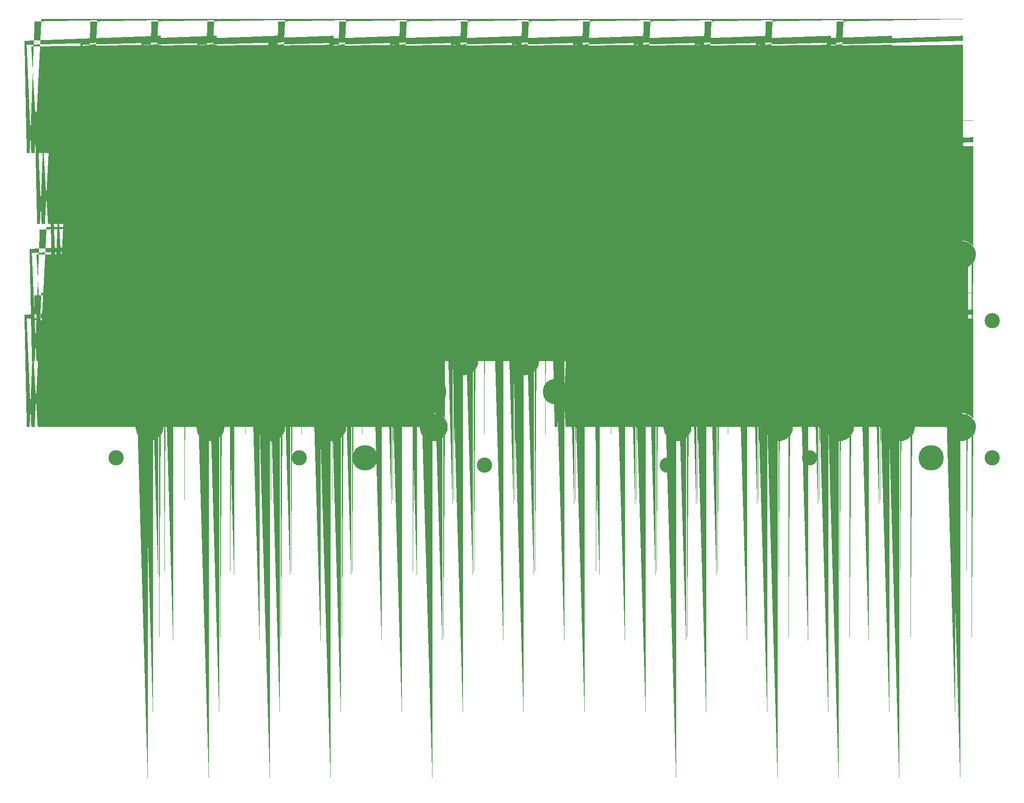
<source format=gbr>
G04 #@! TF.GenerationSoftware,KiCad,Pcbnew,6.0.4-6f826c9f35~116~ubuntu20.04.1*
G04 #@! TF.CreationDate,2022-04-24T22:14:46+02:00*
G04 #@! TF.ProjectId,keyboard,6b657962-6f61-4726-942e-6b696361645f,rev?*
G04 #@! TF.SameCoordinates,Original*
G04 #@! TF.FileFunction,Soldermask,Top*
G04 #@! TF.FilePolarity,Negative*
%FSLAX46Y46*%
G04 Gerber Fmt 4.6, Leading zero omitted, Abs format (unit mm)*
G04 Created by KiCad (PCBNEW 6.0.4-6f826c9f35~116~ubuntu20.04.1) date 2022-04-24 22:14:46*
%MOMM*%
%LPD*%
G01*
G04 APERTURE LIST*
G04 Aperture macros list*
%AMFreePoly0*
4,1,103,0.422812,1.999002,0.439619,1.993171,0.440305,1.991756,0.441755,1.991155,0.448553,1.974744,0.456314,1.958736,0.455799,1.957251,0.456400,1.955800,0.456400,-0.935780,2.413800,-2.023224,2.413800,1.422400,2.417334,1.430931,2.417061,1.440161,2.424368,1.447914,2.428445,1.457755,2.436975,1.461288,2.443309,1.468008,2.453957,1.468323,2.463800,1.472400,2.472331,1.468866,
2.481561,1.469139,3.751561,0.986539,3.759314,0.979232,3.769155,0.975155,3.772688,0.966625,3.779408,0.960291,3.779723,0.949643,3.783800,0.939800,3.783800,-2.260600,3.782370,-2.264052,3.783297,-2.267671,3.775221,-2.281311,3.769155,-2.295955,3.765704,-2.297385,3.763800,-2.300600,3.560600,-2.453000,3.554370,-2.454596,3.549831,-2.459154,3.245031,-2.586154,3.241949,-2.586160,
3.239536,-2.588076,2.883936,-2.689676,2.881796,-2.689430,2.880006,-2.690629,2.499006,-2.766829,2.493956,-2.765830,2.489200,-2.767800,2.032000,-2.767800,2.028200,-2.766226,2.024202,-2.767188,1.541602,-2.690988,1.537909,-2.688727,1.533589,-2.689034,1.076389,-2.536634,1.071884,-2.532727,1.065995,-2.531783,0.735795,-2.328583,0.733473,-2.325375,0.729703,-2.324169,0.399503,-2.044769,
0.398489,-2.042802,0.396444,-2.041955,0.117045,-1.762555,0.115214,-1.758134,0.111198,-1.755527,-0.168202,-1.349126,-0.169400,-1.343493,-0.173424,-1.339370,-0.325824,-0.958370,-0.325797,-0.956186,-0.327189,-0.954504,-0.428789,-0.624304,-0.428380,-0.619972,-0.430561,-0.616208,-0.481361,-0.235208,-0.480462,-0.231830,-0.481800,-0.228600,-0.481800,0.203200,-0.480370,0.206652,-0.481297,0.210271,
-0.430498,0.565871,-0.428402,0.569410,-0.428789,0.573504,-0.327189,0.903704,-0.324938,0.906424,-0.324798,0.909953,-0.172398,1.240153,-0.171085,1.241365,-0.170895,1.243143,-0.018495,1.522543,-0.015193,1.525207,-0.014068,1.529297,0.163733,1.757897,0.165256,1.758763,0.165830,1.760418,0.369030,1.989019,0.370444,1.989705,0.371045,1.991155,0.387459,1.997954,0.403464,2.005714,
0.404949,2.005199,0.406400,2.005800,0.422812,1.999002,0.422812,1.999002,$1*%
%AMFreePoly1*
4,1,94,-2.235111,2.741264,-2.232081,2.742303,-1.825681,2.716903,-1.821113,2.714668,-1.816075,2.715354,-1.333475,2.588354,-1.329741,2.585515,-1.325056,2.585309,-0.944056,2.407509,-0.941067,2.404245,-0.936740,2.403310,-0.606540,2.174710,-0.605988,2.173853,-0.605000,2.173600,-0.300200,1.945000,-0.297615,1.940634,-0.293035,1.938448,-0.064435,1.684448,-0.062855,1.679982,-0.059017,1.677205,
0.144183,1.347005,0.144553,1.344694,0.146321,1.343161,0.324121,0.987561,0.324386,0.983834,0.326834,0.981011,0.453834,0.600012,0.453469,0.594877,0.456014,0.590402,0.506814,0.184001,0.505943,0.180834,0.507200,0.177800,0.507200,-0.203200,0.505543,-0.207200,0.506520,-0.211419,0.430320,-0.668620,0.428143,-0.672110,0.428434,-0.676211,0.276034,-1.133411,0.273146,-1.136741,
0.272718,-1.141129,0.069518,-1.522129,0.064272,-1.526442,0.061877,-1.532797,-0.319123,-1.939197,-0.319914,-1.939555,-0.320245,-1.940355,-0.337228,-1.947390,-0.353988,-1.954974,-0.354799,-1.954668,-0.355600,-1.955000,-0.372581,-1.947966,-0.389797,-1.941477,-0.390155,-1.940686,-0.390955,-1.940355,-0.397990,-1.923372,-0.405574,-1.906612,-0.405268,-1.905801,-0.405600,-1.905000,-0.405600,1.311106,
-2.413800,2.036962,-2.413800,-1.320800,-2.419036,-1.333440,-2.421184,-1.346951,-2.426114,-1.350528,-2.428445,-1.356155,-2.441085,-1.361391,-2.452158,-1.369425,-2.458172,-1.368469,-2.463800,-1.370800,-2.476440,-1.365564,-2.489951,-1.363416,-3.607551,-0.677616,-3.611128,-0.672686,-3.616755,-0.670355,-3.621990,-0.657716,-3.630025,-0.646643,-3.629069,-0.640628,-3.631400,-0.635000,-3.631400,2.362200,
-3.627829,2.370821,-3.628067,2.380149,-3.620795,2.387803,-3.616755,2.397555,-3.608136,2.401125,-3.601707,2.407891,-3.144507,2.611091,-3.139306,2.611224,-3.135047,2.614209,-2.677846,2.715809,-2.673713,2.715082,-2.669936,2.716914,-2.238137,2.742314,-2.235111,2.741264,-2.235111,2.741264,$1*%
G04 Aperture macros list end*
%ADD10C,0.100000*%
%ADD11C,5.000000*%
%ADD12FreePoly0,0.000000*%
%ADD13FreePoly1,0.000000*%
%ADD14C,3.000000*%
G04 APERTURE END LIST*
G36*
X24836900Y-21776200D02*
G01*
X25637000Y-22309600D01*
X26373600Y-23503400D01*
X26373600Y-24849600D01*
X25916400Y-25814800D01*
X25103600Y-26500600D01*
X24113000Y-26881600D01*
X23097000Y-26856200D01*
X22106400Y-26399000D01*
X21319000Y-25510000D01*
X20988800Y-24240000D01*
X21141200Y-23300200D01*
X21649200Y-22487400D01*
X22411200Y-21852400D01*
X23592300Y-21522200D01*
X24836900Y-21776200D01*
G37*
D10*
X24836900Y-21776200D02*
X25637000Y-22309600D01*
X26373600Y-23503400D01*
X26373600Y-24849600D01*
X25916400Y-25814800D01*
X25103600Y-26500600D01*
X24113000Y-26881600D01*
X23097000Y-26856200D01*
X22106400Y-26399000D01*
X21319000Y-25510000D01*
X20988800Y-24240000D01*
X21141200Y-23300200D01*
X21649200Y-22487400D01*
X22411200Y-21852400D01*
X23592300Y-21522200D01*
X24836900Y-21776200D01*
G36*
X29836900Y-48776200D02*
G01*
X30637000Y-49309600D01*
X31373600Y-50503400D01*
X31373600Y-51849600D01*
X30916400Y-52814800D01*
X30103600Y-53500600D01*
X29113000Y-53881600D01*
X28097000Y-53856200D01*
X27106400Y-53399000D01*
X26319000Y-52510000D01*
X25988800Y-51240000D01*
X26141200Y-50300200D01*
X26649200Y-49487400D01*
X27411200Y-48852400D01*
X28592300Y-48522200D01*
X29836900Y-48776200D01*
G37*
X29836900Y-48776200D02*
X30637000Y-49309600D01*
X31373600Y-50503400D01*
X31373600Y-51849600D01*
X30916400Y-52814800D01*
X30103600Y-53500600D01*
X29113000Y-53881600D01*
X28097000Y-53856200D01*
X27106400Y-53399000D01*
X26319000Y-52510000D01*
X25988800Y-51240000D01*
X26141200Y-50300200D01*
X26649200Y-49487400D01*
X27411200Y-48852400D01*
X28592300Y-48522200D01*
X29836900Y-48776200D01*
G36*
X25836900Y-62776200D02*
G01*
X26637000Y-63309600D01*
X27373600Y-64503400D01*
X27373600Y-65849600D01*
X26916400Y-66814800D01*
X26103600Y-67500600D01*
X25113000Y-67881600D01*
X24097000Y-67856200D01*
X23106400Y-67399000D01*
X22319000Y-66510000D01*
X21988800Y-65240000D01*
X22141200Y-64300200D01*
X22649200Y-63487400D01*
X23411200Y-62852400D01*
X24592300Y-62522200D01*
X25836900Y-62776200D01*
G37*
X25836900Y-62776200D02*
X26637000Y-63309600D01*
X27373600Y-64503400D01*
X27373600Y-65849600D01*
X26916400Y-66814800D01*
X26103600Y-67500600D01*
X25113000Y-67881600D01*
X24097000Y-67856200D01*
X23106400Y-67399000D01*
X22319000Y-66510000D01*
X21988800Y-65240000D01*
X22141200Y-64300200D01*
X22649200Y-63487400D01*
X23411200Y-62852400D01*
X24592300Y-62522200D01*
X25836900Y-62776200D01*
G36*
X24836900Y-75776200D02*
G01*
X25637000Y-76309600D01*
X26373600Y-77503400D01*
X26373600Y-78849600D01*
X25916400Y-79814800D01*
X25103600Y-80500600D01*
X24113000Y-80881600D01*
X23097000Y-80856200D01*
X22106400Y-80399000D01*
X21319000Y-79510000D01*
X20988800Y-78240000D01*
X21141200Y-77300200D01*
X21649200Y-76487400D01*
X22411200Y-75852400D01*
X23592300Y-75522200D01*
X24836900Y-75776200D01*
G37*
X24836900Y-75776200D02*
X25637000Y-76309600D01*
X26373600Y-77503400D01*
X26373600Y-78849600D01*
X25916400Y-79814800D01*
X25103600Y-80500600D01*
X24113000Y-80881600D01*
X23097000Y-80856200D01*
X22106400Y-80399000D01*
X21319000Y-79510000D01*
X20988800Y-78240000D01*
X21141200Y-77300200D01*
X21649200Y-76487400D01*
X22411200Y-75852400D01*
X23592300Y-75522200D01*
X24836900Y-75776200D01*
G36*
X35836900Y-21776200D02*
G01*
X36637000Y-22309600D01*
X37373600Y-23503400D01*
X37373600Y-24849600D01*
X36916400Y-25814800D01*
X36103600Y-26500600D01*
X35113000Y-26881600D01*
X34097000Y-26856200D01*
X33106400Y-26399000D01*
X32319000Y-25510000D01*
X31988800Y-24240000D01*
X32141200Y-23300200D01*
X32649200Y-22487400D01*
X33411200Y-21852400D01*
X34592300Y-21522200D01*
X35836900Y-21776200D01*
G37*
X35836900Y-21776200D02*
X36637000Y-22309600D01*
X37373600Y-23503400D01*
X37373600Y-24849600D01*
X36916400Y-25814800D01*
X36103600Y-26500600D01*
X35113000Y-26881600D01*
X34097000Y-26856200D01*
X33106400Y-26399000D01*
X32319000Y-25510000D01*
X31988800Y-24240000D01*
X32141200Y-23300200D01*
X32649200Y-22487400D01*
X33411200Y-21852400D01*
X34592300Y-21522200D01*
X35836900Y-21776200D01*
G36*
X41836900Y-35776200D02*
G01*
X42637000Y-36309600D01*
X43373600Y-37503400D01*
X43373600Y-38849600D01*
X42916400Y-39814800D01*
X42103600Y-40500600D01*
X41113000Y-40881600D01*
X40097000Y-40856200D01*
X39106400Y-40399000D01*
X38319000Y-39510000D01*
X37988800Y-38240000D01*
X38141200Y-37300200D01*
X38649200Y-36487400D01*
X39411200Y-35852400D01*
X40592300Y-35522200D01*
X41836900Y-35776200D01*
G37*
X41836900Y-35776200D02*
X42637000Y-36309600D01*
X43373600Y-37503400D01*
X43373600Y-38849600D01*
X42916400Y-39814800D01*
X42103600Y-40500600D01*
X41113000Y-40881600D01*
X40097000Y-40856200D01*
X39106400Y-40399000D01*
X38319000Y-39510000D01*
X37988800Y-38240000D01*
X38141200Y-37300200D01*
X38649200Y-36487400D01*
X39411200Y-35852400D01*
X40592300Y-35522200D01*
X41836900Y-35776200D01*
G36*
X46836900Y-48776200D02*
G01*
X47637000Y-49309600D01*
X48373600Y-50503400D01*
X48373600Y-51849600D01*
X47916400Y-52814800D01*
X47103600Y-53500600D01*
X46113000Y-53881600D01*
X45097000Y-53856200D01*
X44106400Y-53399000D01*
X43319000Y-52510000D01*
X42988800Y-51240000D01*
X43141200Y-50300200D01*
X43649200Y-49487400D01*
X44411200Y-48852400D01*
X45592300Y-48522200D01*
X46836900Y-48776200D01*
G37*
X46836900Y-48776200D02*
X47637000Y-49309600D01*
X48373600Y-50503400D01*
X48373600Y-51849600D01*
X47916400Y-52814800D01*
X47103600Y-53500600D01*
X46113000Y-53881600D01*
X45097000Y-53856200D01*
X44106400Y-53399000D01*
X43319000Y-52510000D01*
X42988800Y-51240000D01*
X43141200Y-50300200D01*
X43649200Y-49487400D01*
X44411200Y-48852400D01*
X45592300Y-48522200D01*
X46836900Y-48776200D01*
G36*
X38836900Y-62776200D02*
G01*
X39637000Y-63309600D01*
X40373600Y-64503400D01*
X40373600Y-65849600D01*
X39916400Y-66814800D01*
X39103600Y-67500600D01*
X38113000Y-67881600D01*
X37097000Y-67856200D01*
X36106400Y-67399000D01*
X35319000Y-66510000D01*
X34988800Y-65240000D01*
X35141200Y-64300200D01*
X35649200Y-63487400D01*
X36411200Y-62852400D01*
X37592300Y-62522200D01*
X38836900Y-62776200D01*
G37*
X38836900Y-62776200D02*
X39637000Y-63309600D01*
X40373600Y-64503400D01*
X40373600Y-65849600D01*
X39916400Y-66814800D01*
X39103600Y-67500600D01*
X38113000Y-67881600D01*
X37097000Y-67856200D01*
X36106400Y-67399000D01*
X35319000Y-66510000D01*
X34988800Y-65240000D01*
X35141200Y-64300200D01*
X35649200Y-63487400D01*
X36411200Y-62852400D01*
X37592300Y-62522200D01*
X38836900Y-62776200D01*
G36*
X36836900Y-75776200D02*
G01*
X37637000Y-76309600D01*
X38373600Y-77503400D01*
X38373600Y-78849600D01*
X37916400Y-79814800D01*
X37103600Y-80500600D01*
X36113000Y-80881600D01*
X35097000Y-80856200D01*
X34106400Y-80399000D01*
X33319000Y-79510000D01*
X32988800Y-78240000D01*
X33141200Y-77300200D01*
X33649200Y-76487400D01*
X34411200Y-75852400D01*
X35592300Y-75522200D01*
X36836900Y-75776200D01*
G37*
X36836900Y-75776200D02*
X37637000Y-76309600D01*
X38373600Y-77503400D01*
X38373600Y-78849600D01*
X37916400Y-79814800D01*
X37103600Y-80500600D01*
X36113000Y-80881600D01*
X35097000Y-80856200D01*
X34106400Y-80399000D01*
X33319000Y-79510000D01*
X32988800Y-78240000D01*
X33141200Y-77300200D01*
X33649200Y-76487400D01*
X34411200Y-75852400D01*
X35592300Y-75522200D01*
X36836900Y-75776200D01*
G36*
X52836900Y-35776200D02*
G01*
X53637000Y-36309600D01*
X54373600Y-37503400D01*
X54373600Y-38849600D01*
X53916400Y-39814800D01*
X53103600Y-40500600D01*
X52113000Y-40881600D01*
X51097000Y-40856200D01*
X50106400Y-40399000D01*
X49319000Y-39510000D01*
X48988800Y-38240000D01*
X49141200Y-37300200D01*
X49649200Y-36487400D01*
X50411200Y-35852400D01*
X51592300Y-35522200D01*
X52836900Y-35776200D01*
G37*
X52836900Y-35776200D02*
X53637000Y-36309600D01*
X54373600Y-37503400D01*
X54373600Y-38849600D01*
X53916400Y-39814800D01*
X53103600Y-40500600D01*
X52113000Y-40881600D01*
X51097000Y-40856200D01*
X50106400Y-40399000D01*
X49319000Y-39510000D01*
X48988800Y-38240000D01*
X49141200Y-37300200D01*
X49649200Y-36487400D01*
X50411200Y-35852400D01*
X51592300Y-35522200D01*
X52836900Y-35776200D01*
G36*
X58836900Y-48776200D02*
G01*
X59637000Y-49309600D01*
X60373600Y-50503400D01*
X60373600Y-51849600D01*
X59916400Y-52814800D01*
X59103600Y-53500600D01*
X58113000Y-53881600D01*
X57097000Y-53856200D01*
X56106400Y-53399000D01*
X55319000Y-52510000D01*
X54988800Y-51240000D01*
X55141200Y-50300200D01*
X55649200Y-49487400D01*
X56411200Y-48852400D01*
X57592300Y-48522200D01*
X58836900Y-48776200D01*
G37*
X58836900Y-48776200D02*
X59637000Y-49309600D01*
X60373600Y-50503400D01*
X60373600Y-51849600D01*
X59916400Y-52814800D01*
X59103600Y-53500600D01*
X58113000Y-53881600D01*
X57097000Y-53856200D01*
X56106400Y-53399000D01*
X55319000Y-52510000D01*
X54988800Y-51240000D01*
X55141200Y-50300200D01*
X55649200Y-49487400D01*
X56411200Y-48852400D01*
X57592300Y-48522200D01*
X58836900Y-48776200D01*
G36*
X50836900Y-62776200D02*
G01*
X51637000Y-63309600D01*
X52373600Y-64503400D01*
X52373600Y-65849600D01*
X51916400Y-66814800D01*
X51103600Y-67500600D01*
X50113000Y-67881600D01*
X49097000Y-67856200D01*
X48106400Y-67399000D01*
X47319000Y-66510000D01*
X46988800Y-65240000D01*
X47141200Y-64300200D01*
X47649200Y-63487400D01*
X48411200Y-62852400D01*
X49592300Y-62522200D01*
X50836900Y-62776200D01*
G37*
X50836900Y-62776200D02*
X51637000Y-63309600D01*
X52373600Y-64503400D01*
X52373600Y-65849600D01*
X51916400Y-66814800D01*
X51103600Y-67500600D01*
X50113000Y-67881600D01*
X49097000Y-67856200D01*
X48106400Y-67399000D01*
X47319000Y-66510000D01*
X46988800Y-65240000D01*
X47141200Y-64300200D01*
X47649200Y-63487400D01*
X48411200Y-62852400D01*
X49592300Y-62522200D01*
X50836900Y-62776200D01*
G36*
X48836900Y-75776200D02*
G01*
X49637000Y-76309600D01*
X50373600Y-77503400D01*
X50373600Y-78849600D01*
X49916400Y-79814800D01*
X49103600Y-80500600D01*
X48113000Y-80881600D01*
X47097000Y-80856200D01*
X46106400Y-80399000D01*
X45319000Y-79510000D01*
X44988800Y-78240000D01*
X45141200Y-77300200D01*
X45649200Y-76487400D01*
X46411200Y-75852400D01*
X47592300Y-75522200D01*
X48836900Y-75776200D01*
G37*
X48836900Y-75776200D02*
X49637000Y-76309600D01*
X50373600Y-77503400D01*
X50373600Y-78849600D01*
X49916400Y-79814800D01*
X49103600Y-80500600D01*
X48113000Y-80881600D01*
X47097000Y-80856200D01*
X46106400Y-80399000D01*
X45319000Y-79510000D01*
X44988800Y-78240000D01*
X45141200Y-77300200D01*
X45649200Y-76487400D01*
X46411200Y-75852400D01*
X47592300Y-75522200D01*
X48836900Y-75776200D01*
G36*
X64836900Y-35776200D02*
G01*
X65637000Y-36309600D01*
X66373600Y-37503400D01*
X66373600Y-38849600D01*
X65916400Y-39814800D01*
X65103600Y-40500600D01*
X64113000Y-40881600D01*
X63097000Y-40856200D01*
X62106400Y-40399000D01*
X61319000Y-39510000D01*
X60988800Y-38240000D01*
X61141200Y-37300200D01*
X61649200Y-36487400D01*
X62411200Y-35852400D01*
X63592300Y-35522200D01*
X64836900Y-35776200D01*
G37*
X64836900Y-35776200D02*
X65637000Y-36309600D01*
X66373600Y-37503400D01*
X66373600Y-38849600D01*
X65916400Y-39814800D01*
X65103600Y-40500600D01*
X64113000Y-40881600D01*
X63097000Y-40856200D01*
X62106400Y-40399000D01*
X61319000Y-39510000D01*
X60988800Y-38240000D01*
X61141200Y-37300200D01*
X61649200Y-36487400D01*
X62411200Y-35852400D01*
X63592300Y-35522200D01*
X64836900Y-35776200D01*
G36*
X70836900Y-48776200D02*
G01*
X71637000Y-49309600D01*
X72373600Y-50503400D01*
X72373600Y-51849600D01*
X71916400Y-52814800D01*
X71103600Y-53500600D01*
X70113000Y-53881600D01*
X69097000Y-53856200D01*
X68106400Y-53399000D01*
X67319000Y-52510000D01*
X66988800Y-51240000D01*
X67141200Y-50300200D01*
X67649200Y-49487400D01*
X68411200Y-48852400D01*
X69592300Y-48522200D01*
X70836900Y-48776200D01*
G37*
X70836900Y-48776200D02*
X71637000Y-49309600D01*
X72373600Y-50503400D01*
X72373600Y-51849600D01*
X71916400Y-52814800D01*
X71103600Y-53500600D01*
X70113000Y-53881600D01*
X69097000Y-53856200D01*
X68106400Y-53399000D01*
X67319000Y-52510000D01*
X66988800Y-51240000D01*
X67141200Y-50300200D01*
X67649200Y-49487400D01*
X68411200Y-48852400D01*
X69592300Y-48522200D01*
X70836900Y-48776200D01*
G36*
X62836900Y-62776200D02*
G01*
X63637000Y-63309600D01*
X64373600Y-64503400D01*
X64373600Y-65849600D01*
X63916400Y-66814800D01*
X63103600Y-67500600D01*
X62113000Y-67881600D01*
X61097000Y-67856200D01*
X60106400Y-67399000D01*
X59319000Y-66510000D01*
X58988800Y-65240000D01*
X59141200Y-64300200D01*
X59649200Y-63487400D01*
X60411200Y-62852400D01*
X61592300Y-62522200D01*
X62836900Y-62776200D01*
G37*
X62836900Y-62776200D02*
X63637000Y-63309600D01*
X64373600Y-64503400D01*
X64373600Y-65849600D01*
X63916400Y-66814800D01*
X63103600Y-67500600D01*
X62113000Y-67881600D01*
X61097000Y-67856200D01*
X60106400Y-67399000D01*
X59319000Y-66510000D01*
X58988800Y-65240000D01*
X59141200Y-64300200D01*
X59649200Y-63487400D01*
X60411200Y-62852400D01*
X61592300Y-62522200D01*
X62836900Y-62776200D01*
G36*
X60836900Y-75776200D02*
G01*
X61637000Y-76309600D01*
X62373600Y-77503400D01*
X62373600Y-78849600D01*
X61916400Y-79814800D01*
X61103600Y-80500600D01*
X60113000Y-80881600D01*
X59097000Y-80856200D01*
X58106400Y-80399000D01*
X57319000Y-79510000D01*
X56988800Y-78240000D01*
X57141200Y-77300200D01*
X57649200Y-76487400D01*
X58411200Y-75852400D01*
X59592300Y-75522200D01*
X60836900Y-75776200D01*
G37*
X60836900Y-75776200D02*
X61637000Y-76309600D01*
X62373600Y-77503400D01*
X62373600Y-78849600D01*
X61916400Y-79814800D01*
X61103600Y-80500600D01*
X60113000Y-80881600D01*
X59097000Y-80856200D01*
X58106400Y-80399000D01*
X57319000Y-79510000D01*
X56988800Y-78240000D01*
X57141200Y-77300200D01*
X57649200Y-76487400D01*
X58411200Y-75852400D01*
X59592300Y-75522200D01*
X60836900Y-75776200D01*
G36*
X72836900Y-21776200D02*
G01*
X73637000Y-22309600D01*
X74373600Y-23503400D01*
X74373600Y-24849600D01*
X73916400Y-25814800D01*
X73103600Y-26500600D01*
X72113000Y-26881600D01*
X71097000Y-26856200D01*
X70106400Y-26399000D01*
X69319000Y-25510000D01*
X68988800Y-24240000D01*
X69141200Y-23300200D01*
X69649200Y-22487400D01*
X70411200Y-21852400D01*
X71592300Y-21522200D01*
X72836900Y-21776200D01*
G37*
X72836900Y-21776200D02*
X73637000Y-22309600D01*
X74373600Y-23503400D01*
X74373600Y-24849600D01*
X73916400Y-25814800D01*
X73103600Y-26500600D01*
X72113000Y-26881600D01*
X71097000Y-26856200D01*
X70106400Y-26399000D01*
X69319000Y-25510000D01*
X68988800Y-24240000D01*
X69141200Y-23300200D01*
X69649200Y-22487400D01*
X70411200Y-21852400D01*
X71592300Y-21522200D01*
X72836900Y-21776200D01*
G36*
X77836900Y-35776200D02*
G01*
X78637000Y-36309600D01*
X79373600Y-37503400D01*
X79373600Y-38849600D01*
X78916400Y-39814800D01*
X78103600Y-40500600D01*
X77113000Y-40881600D01*
X76097000Y-40856200D01*
X75106400Y-40399000D01*
X74319000Y-39510000D01*
X73988800Y-38240000D01*
X74141200Y-37300200D01*
X74649200Y-36487400D01*
X75411200Y-35852400D01*
X76592300Y-35522200D01*
X77836900Y-35776200D01*
G37*
X77836900Y-35776200D02*
X78637000Y-36309600D01*
X79373600Y-37503400D01*
X79373600Y-38849600D01*
X78916400Y-39814800D01*
X78103600Y-40500600D01*
X77113000Y-40881600D01*
X76097000Y-40856200D01*
X75106400Y-40399000D01*
X74319000Y-39510000D01*
X73988800Y-38240000D01*
X74141200Y-37300200D01*
X74649200Y-36487400D01*
X75411200Y-35852400D01*
X76592300Y-35522200D01*
X77836900Y-35776200D01*
G36*
X82836900Y-48776200D02*
G01*
X83637000Y-49309600D01*
X84373600Y-50503400D01*
X84373600Y-51849600D01*
X83916400Y-52814800D01*
X83103600Y-53500600D01*
X82113000Y-53881600D01*
X81097000Y-53856200D01*
X80106400Y-53399000D01*
X79319000Y-52510000D01*
X78988800Y-51240000D01*
X79141200Y-50300200D01*
X79649200Y-49487400D01*
X80411200Y-48852400D01*
X81592300Y-48522200D01*
X82836900Y-48776200D01*
G37*
X82836900Y-48776200D02*
X83637000Y-49309600D01*
X84373600Y-50503400D01*
X84373600Y-51849600D01*
X83916400Y-52814800D01*
X83103600Y-53500600D01*
X82113000Y-53881600D01*
X81097000Y-53856200D01*
X80106400Y-53399000D01*
X79319000Y-52510000D01*
X78988800Y-51240000D01*
X79141200Y-50300200D01*
X79649200Y-49487400D01*
X80411200Y-48852400D01*
X81592300Y-48522200D01*
X82836900Y-48776200D01*
G36*
X74836900Y-62776200D02*
G01*
X75637000Y-63309600D01*
X76373600Y-64503400D01*
X76373600Y-65849600D01*
X75916400Y-66814800D01*
X75103600Y-67500600D01*
X74113000Y-67881600D01*
X73097000Y-67856200D01*
X72106400Y-67399000D01*
X71319000Y-66510000D01*
X70988800Y-65240000D01*
X71141200Y-64300200D01*
X71649200Y-63487400D01*
X72411200Y-62852400D01*
X73592300Y-62522200D01*
X74836900Y-62776200D01*
G37*
X74836900Y-62776200D02*
X75637000Y-63309600D01*
X76373600Y-64503400D01*
X76373600Y-65849600D01*
X75916400Y-66814800D01*
X75103600Y-67500600D01*
X74113000Y-67881600D01*
X73097000Y-67856200D01*
X72106400Y-67399000D01*
X71319000Y-66510000D01*
X70988800Y-65240000D01*
X71141200Y-64300200D01*
X71649200Y-63487400D01*
X72411200Y-62852400D01*
X73592300Y-62522200D01*
X74836900Y-62776200D01*
G36*
X80836900Y-75776200D02*
G01*
X81637000Y-76309600D01*
X82373600Y-77503400D01*
X82373600Y-78849600D01*
X81916400Y-79814800D01*
X81103600Y-80500600D01*
X80113000Y-80881600D01*
X79097000Y-80856200D01*
X78106400Y-80399000D01*
X77319000Y-79510000D01*
X76988800Y-78240000D01*
X77141200Y-77300200D01*
X77649200Y-76487400D01*
X78411200Y-75852400D01*
X79592300Y-75522200D01*
X80836900Y-75776200D01*
G37*
X80836900Y-75776200D02*
X81637000Y-76309600D01*
X82373600Y-77503400D01*
X82373600Y-78849600D01*
X81916400Y-79814800D01*
X81103600Y-80500600D01*
X80113000Y-80881600D01*
X79097000Y-80856200D01*
X78106400Y-80399000D01*
X77319000Y-79510000D01*
X76988800Y-78240000D01*
X77141200Y-77300200D01*
X77649200Y-76487400D01*
X78411200Y-75852400D01*
X79592300Y-75522200D01*
X80836900Y-75776200D01*
G36*
X84836900Y-21776200D02*
G01*
X85637000Y-22309600D01*
X86373600Y-23503400D01*
X86373600Y-24849600D01*
X85916400Y-25814800D01*
X85103600Y-26500600D01*
X84113000Y-26881600D01*
X83097000Y-26856200D01*
X82106400Y-26399000D01*
X81319000Y-25510000D01*
X80988800Y-24240000D01*
X81141200Y-23300200D01*
X81649200Y-22487400D01*
X82411200Y-21852400D01*
X83592300Y-21522200D01*
X84836900Y-21776200D01*
G37*
X84836900Y-21776200D02*
X85637000Y-22309600D01*
X86373600Y-23503400D01*
X86373600Y-24849600D01*
X85916400Y-25814800D01*
X85103600Y-26500600D01*
X84113000Y-26881600D01*
X83097000Y-26856200D01*
X82106400Y-26399000D01*
X81319000Y-25510000D01*
X80988800Y-24240000D01*
X81141200Y-23300200D01*
X81649200Y-22487400D01*
X82411200Y-21852400D01*
X83592300Y-21522200D01*
X84836900Y-21776200D01*
G36*
X88836900Y-35776200D02*
G01*
X89637000Y-36309600D01*
X90373600Y-37503400D01*
X90373600Y-38849600D01*
X89916400Y-39814800D01*
X89103600Y-40500600D01*
X88113000Y-40881600D01*
X87097000Y-40856200D01*
X86106400Y-40399000D01*
X85319000Y-39510000D01*
X84988800Y-38240000D01*
X85141200Y-37300200D01*
X85649200Y-36487400D01*
X86411200Y-35852400D01*
X87592300Y-35522200D01*
X88836900Y-35776200D01*
G37*
X88836900Y-35776200D02*
X89637000Y-36309600D01*
X90373600Y-37503400D01*
X90373600Y-38849600D01*
X89916400Y-39814800D01*
X89103600Y-40500600D01*
X88113000Y-40881600D01*
X87097000Y-40856200D01*
X86106400Y-40399000D01*
X85319000Y-39510000D01*
X84988800Y-38240000D01*
X85141200Y-37300200D01*
X85649200Y-36487400D01*
X86411200Y-35852400D01*
X87592300Y-35522200D01*
X88836900Y-35776200D01*
G36*
X94836900Y-48776200D02*
G01*
X95637000Y-49309600D01*
X96373600Y-50503400D01*
X96373600Y-51849600D01*
X95916400Y-52814800D01*
X95103600Y-53500600D01*
X94113000Y-53881600D01*
X93097000Y-53856200D01*
X92106400Y-53399000D01*
X91319000Y-52510000D01*
X90988800Y-51240000D01*
X91141200Y-50300200D01*
X91649200Y-49487400D01*
X92411200Y-48852400D01*
X93592300Y-48522200D01*
X94836900Y-48776200D01*
G37*
X94836900Y-48776200D02*
X95637000Y-49309600D01*
X96373600Y-50503400D01*
X96373600Y-51849600D01*
X95916400Y-52814800D01*
X95103600Y-53500600D01*
X94113000Y-53881600D01*
X93097000Y-53856200D01*
X92106400Y-53399000D01*
X91319000Y-52510000D01*
X90988800Y-51240000D01*
X91141200Y-50300200D01*
X91649200Y-49487400D01*
X92411200Y-48852400D01*
X93592300Y-48522200D01*
X94836900Y-48776200D01*
G36*
X86836900Y-62776200D02*
G01*
X87637000Y-63309600D01*
X88373600Y-64503400D01*
X88373600Y-65849600D01*
X87916400Y-66814800D01*
X87103600Y-67500600D01*
X86113000Y-67881600D01*
X85097000Y-67856200D01*
X84106400Y-67399000D01*
X83319000Y-66510000D01*
X82988800Y-65240000D01*
X83141200Y-64300200D01*
X83649200Y-63487400D01*
X84411200Y-62852400D01*
X85592300Y-62522200D01*
X86836900Y-62776200D01*
G37*
X86836900Y-62776200D02*
X87637000Y-63309600D01*
X88373600Y-64503400D01*
X88373600Y-65849600D01*
X87916400Y-66814800D01*
X87103600Y-67500600D01*
X86113000Y-67881600D01*
X85097000Y-67856200D01*
X84106400Y-67399000D01*
X83319000Y-66510000D01*
X82988800Y-65240000D01*
X83141200Y-64300200D01*
X83649200Y-63487400D01*
X84411200Y-62852400D01*
X85592300Y-62522200D01*
X86836900Y-62776200D01*
G36*
X148836900Y-75776200D02*
G01*
X149637000Y-76309600D01*
X150373600Y-77503400D01*
X150373600Y-78849600D01*
X149916400Y-79814800D01*
X149103600Y-80500600D01*
X148113000Y-80881600D01*
X147097000Y-80856200D01*
X146106400Y-80399000D01*
X145319000Y-79510000D01*
X144988800Y-78240000D01*
X145141200Y-77300200D01*
X145649200Y-76487400D01*
X146411200Y-75852400D01*
X147592300Y-75522200D01*
X148836900Y-75776200D01*
G37*
X148836900Y-75776200D02*
X149637000Y-76309600D01*
X150373600Y-77503400D01*
X150373600Y-78849600D01*
X149916400Y-79814800D01*
X149103600Y-80500600D01*
X148113000Y-80881600D01*
X147097000Y-80856200D01*
X146106400Y-80399000D01*
X145319000Y-79510000D01*
X144988800Y-78240000D01*
X145141200Y-77300200D01*
X145649200Y-76487400D01*
X146411200Y-75852400D01*
X147592300Y-75522200D01*
X148836900Y-75776200D01*
G36*
X100836900Y-35776200D02*
G01*
X101637000Y-36309600D01*
X102373600Y-37503400D01*
X102373600Y-38849600D01*
X101916400Y-39814800D01*
X101103600Y-40500600D01*
X100113000Y-40881600D01*
X99097000Y-40856200D01*
X98106400Y-40399000D01*
X97319000Y-39510000D01*
X96988800Y-38240000D01*
X97141200Y-37300200D01*
X97649200Y-36487400D01*
X98411200Y-35852400D01*
X99592300Y-35522200D01*
X100836900Y-35776200D01*
G37*
X100836900Y-35776200D02*
X101637000Y-36309600D01*
X102373600Y-37503400D01*
X102373600Y-38849600D01*
X101916400Y-39814800D01*
X101103600Y-40500600D01*
X100113000Y-40881600D01*
X99097000Y-40856200D01*
X98106400Y-40399000D01*
X97319000Y-39510000D01*
X96988800Y-38240000D01*
X97141200Y-37300200D01*
X97649200Y-36487400D01*
X98411200Y-35852400D01*
X99592300Y-35522200D01*
X100836900Y-35776200D01*
G36*
X106836900Y-48776200D02*
G01*
X107637000Y-49309600D01*
X108373600Y-50503400D01*
X108373600Y-51849600D01*
X107916400Y-52814800D01*
X107103600Y-53500600D01*
X106113000Y-53881600D01*
X105097000Y-53856200D01*
X104106400Y-53399000D01*
X103319000Y-52510000D01*
X102988800Y-51240000D01*
X103141200Y-50300200D01*
X103649200Y-49487400D01*
X104411200Y-48852400D01*
X105592300Y-48522200D01*
X106836900Y-48776200D01*
G37*
X106836900Y-48776200D02*
X107637000Y-49309600D01*
X108373600Y-50503400D01*
X108373600Y-51849600D01*
X107916400Y-52814800D01*
X107103600Y-53500600D01*
X106113000Y-53881600D01*
X105097000Y-53856200D01*
X104106400Y-53399000D01*
X103319000Y-52510000D01*
X102988800Y-51240000D01*
X103141200Y-50300200D01*
X103649200Y-49487400D01*
X104411200Y-48852400D01*
X105592300Y-48522200D01*
X106836900Y-48776200D01*
G36*
X98836900Y-62776200D02*
G01*
X99637000Y-63309600D01*
X100373600Y-64503400D01*
X100373600Y-65849600D01*
X99916400Y-66814800D01*
X99103600Y-67500600D01*
X98113000Y-67881600D01*
X97097000Y-67856200D01*
X96106400Y-67399000D01*
X95319000Y-66510000D01*
X94988800Y-65240000D01*
X95141200Y-64300200D01*
X95649200Y-63487400D01*
X96411200Y-62852400D01*
X97592300Y-62522200D01*
X98836900Y-62776200D01*
G37*
X98836900Y-62776200D02*
X99637000Y-63309600D01*
X100373600Y-64503400D01*
X100373600Y-65849600D01*
X99916400Y-66814800D01*
X99103600Y-67500600D01*
X98113000Y-67881600D01*
X97097000Y-67856200D01*
X96106400Y-67399000D01*
X95319000Y-66510000D01*
X94988800Y-65240000D01*
X95141200Y-64300200D01*
X95649200Y-63487400D01*
X96411200Y-62852400D01*
X97592300Y-62522200D01*
X98836900Y-62776200D01*
G36*
X160836900Y-75776200D02*
G01*
X161637000Y-76309600D01*
X162373600Y-77503400D01*
X162373600Y-78849600D01*
X161916400Y-79814800D01*
X161103600Y-80500600D01*
X160113000Y-80881600D01*
X159097000Y-80856200D01*
X158106400Y-80399000D01*
X157319000Y-79510000D01*
X156988800Y-78240000D01*
X157141200Y-77300200D01*
X157649200Y-76487400D01*
X158411200Y-75852400D01*
X159592300Y-75522200D01*
X160836900Y-75776200D01*
G37*
X160836900Y-75776200D02*
X161637000Y-76309600D01*
X162373600Y-77503400D01*
X162373600Y-78849600D01*
X161916400Y-79814800D01*
X161103600Y-80500600D01*
X160113000Y-80881600D01*
X159097000Y-80856200D01*
X158106400Y-80399000D01*
X157319000Y-79510000D01*
X156988800Y-78240000D01*
X157141200Y-77300200D01*
X157649200Y-76487400D01*
X158411200Y-75852400D01*
X159592300Y-75522200D01*
X160836900Y-75776200D01*
G36*
X108836900Y-21776200D02*
G01*
X109637000Y-22309600D01*
X110373600Y-23503400D01*
X110373600Y-24849600D01*
X109916400Y-25814800D01*
X109103600Y-26500600D01*
X108113000Y-26881600D01*
X107097000Y-26856200D01*
X106106400Y-26399000D01*
X105319000Y-25510000D01*
X104988800Y-24240000D01*
X105141200Y-23300200D01*
X105649200Y-22487400D01*
X106411200Y-21852400D01*
X107592300Y-21522200D01*
X108836900Y-21776200D01*
G37*
X108836900Y-21776200D02*
X109637000Y-22309600D01*
X110373600Y-23503400D01*
X110373600Y-24849600D01*
X109916400Y-25814800D01*
X109103600Y-26500600D01*
X108113000Y-26881600D01*
X107097000Y-26856200D01*
X106106400Y-26399000D01*
X105319000Y-25510000D01*
X104988800Y-24240000D01*
X105141200Y-23300200D01*
X105649200Y-22487400D01*
X106411200Y-21852400D01*
X107592300Y-21522200D01*
X108836900Y-21776200D01*
G36*
X113836900Y-35776200D02*
G01*
X114637000Y-36309600D01*
X115373600Y-37503400D01*
X115373600Y-38849600D01*
X114916400Y-39814800D01*
X114103600Y-40500600D01*
X113113000Y-40881600D01*
X112097000Y-40856200D01*
X111106400Y-40399000D01*
X110319000Y-39510000D01*
X109988800Y-38240000D01*
X110141200Y-37300200D01*
X110649200Y-36487400D01*
X111411200Y-35852400D01*
X112592300Y-35522200D01*
X113836900Y-35776200D01*
G37*
X113836900Y-35776200D02*
X114637000Y-36309600D01*
X115373600Y-37503400D01*
X115373600Y-38849600D01*
X114916400Y-39814800D01*
X114103600Y-40500600D01*
X113113000Y-40881600D01*
X112097000Y-40856200D01*
X111106400Y-40399000D01*
X110319000Y-39510000D01*
X109988800Y-38240000D01*
X110141200Y-37300200D01*
X110649200Y-36487400D01*
X111411200Y-35852400D01*
X112592300Y-35522200D01*
X113836900Y-35776200D01*
G36*
X118836900Y-48776200D02*
G01*
X119637000Y-49309600D01*
X120373600Y-50503400D01*
X120373600Y-51849600D01*
X119916400Y-52814800D01*
X119103600Y-53500600D01*
X118113000Y-53881600D01*
X117097000Y-53856200D01*
X116106400Y-53399000D01*
X115319000Y-52510000D01*
X114988800Y-51240000D01*
X115141200Y-50300200D01*
X115649200Y-49487400D01*
X116411200Y-48852400D01*
X117592300Y-48522200D01*
X118836900Y-48776200D01*
G37*
X118836900Y-48776200D02*
X119637000Y-49309600D01*
X120373600Y-50503400D01*
X120373600Y-51849600D01*
X119916400Y-52814800D01*
X119103600Y-53500600D01*
X118113000Y-53881600D01*
X117097000Y-53856200D01*
X116106400Y-53399000D01*
X115319000Y-52510000D01*
X114988800Y-51240000D01*
X115141200Y-50300200D01*
X115649200Y-49487400D01*
X116411200Y-48852400D01*
X117592300Y-48522200D01*
X118836900Y-48776200D01*
G36*
X110836900Y-62776200D02*
G01*
X111637000Y-63309600D01*
X112373600Y-64503400D01*
X112373600Y-65849600D01*
X111916400Y-66814800D01*
X111103600Y-67500600D01*
X110113000Y-67881600D01*
X109097000Y-67856200D01*
X108106400Y-67399000D01*
X107319000Y-66510000D01*
X106988800Y-65240000D01*
X107141200Y-64300200D01*
X107649200Y-63487400D01*
X108411200Y-62852400D01*
X109592300Y-62522200D01*
X110836900Y-62776200D01*
G37*
X110836900Y-62776200D02*
X111637000Y-63309600D01*
X112373600Y-64503400D01*
X112373600Y-65849600D01*
X111916400Y-66814800D01*
X111103600Y-67500600D01*
X110113000Y-67881600D01*
X109097000Y-67856200D01*
X108106400Y-67399000D01*
X107319000Y-66510000D01*
X106988800Y-65240000D01*
X107141200Y-64300200D01*
X107649200Y-63487400D01*
X108411200Y-62852400D01*
X109592300Y-62522200D01*
X110836900Y-62776200D01*
G36*
X172836900Y-75776200D02*
G01*
X173637000Y-76309600D01*
X174373600Y-77503400D01*
X174373600Y-78849600D01*
X173916400Y-79814800D01*
X173103600Y-80500600D01*
X172113000Y-80881600D01*
X171097000Y-80856200D01*
X170106400Y-80399000D01*
X169319000Y-79510000D01*
X168988800Y-78240000D01*
X169141200Y-77300200D01*
X169649200Y-76487400D01*
X170411200Y-75852400D01*
X171592300Y-75522200D01*
X172836900Y-75776200D01*
G37*
X172836900Y-75776200D02*
X173637000Y-76309600D01*
X174373600Y-77503400D01*
X174373600Y-78849600D01*
X173916400Y-79814800D01*
X173103600Y-80500600D01*
X172113000Y-80881600D01*
X171097000Y-80856200D01*
X170106400Y-80399000D01*
X169319000Y-79510000D01*
X168988800Y-78240000D01*
X169141200Y-77300200D01*
X169649200Y-76487400D01*
X170411200Y-75852400D01*
X171592300Y-75522200D01*
X172836900Y-75776200D01*
G36*
X120836900Y-21776200D02*
G01*
X121637000Y-22309600D01*
X122373600Y-23503400D01*
X122373600Y-24849600D01*
X121916400Y-25814800D01*
X121103600Y-26500600D01*
X120113000Y-26881600D01*
X119097000Y-26856200D01*
X118106400Y-26399000D01*
X117319000Y-25510000D01*
X116988800Y-24240000D01*
X117141200Y-23300200D01*
X117649200Y-22487400D01*
X118411200Y-21852400D01*
X119592300Y-21522200D01*
X120836900Y-21776200D01*
G37*
X120836900Y-21776200D02*
X121637000Y-22309600D01*
X122373600Y-23503400D01*
X122373600Y-24849600D01*
X121916400Y-25814800D01*
X121103600Y-26500600D01*
X120113000Y-26881600D01*
X119097000Y-26856200D01*
X118106400Y-26399000D01*
X117319000Y-25510000D01*
X116988800Y-24240000D01*
X117141200Y-23300200D01*
X117649200Y-22487400D01*
X118411200Y-21852400D01*
X119592300Y-21522200D01*
X120836900Y-21776200D01*
G36*
X124836900Y-35776200D02*
G01*
X125637000Y-36309600D01*
X126373600Y-37503400D01*
X126373600Y-38849600D01*
X125916400Y-39814800D01*
X125103600Y-40500600D01*
X124113000Y-40881600D01*
X123097000Y-40856200D01*
X122106400Y-40399000D01*
X121319000Y-39510000D01*
X120988800Y-38240000D01*
X121141200Y-37300200D01*
X121649200Y-36487400D01*
X122411200Y-35852400D01*
X123592300Y-35522200D01*
X124836900Y-35776200D01*
G37*
X124836900Y-35776200D02*
X125637000Y-36309600D01*
X126373600Y-37503400D01*
X126373600Y-38849600D01*
X125916400Y-39814800D01*
X125103600Y-40500600D01*
X124113000Y-40881600D01*
X123097000Y-40856200D01*
X122106400Y-40399000D01*
X121319000Y-39510000D01*
X120988800Y-38240000D01*
X121141200Y-37300200D01*
X121649200Y-36487400D01*
X122411200Y-35852400D01*
X123592300Y-35522200D01*
X124836900Y-35776200D01*
G36*
X130836900Y-48776200D02*
G01*
X131637000Y-49309600D01*
X132373600Y-50503400D01*
X132373600Y-51849600D01*
X131916400Y-52814800D01*
X131103600Y-53500600D01*
X130113000Y-53881600D01*
X129097000Y-53856200D01*
X128106400Y-53399000D01*
X127319000Y-52510000D01*
X126988800Y-51240000D01*
X127141200Y-50300200D01*
X127649200Y-49487400D01*
X128411200Y-48852400D01*
X129592300Y-48522200D01*
X130836900Y-48776200D01*
G37*
X130836900Y-48776200D02*
X131637000Y-49309600D01*
X132373600Y-50503400D01*
X132373600Y-51849600D01*
X131916400Y-52814800D01*
X131103600Y-53500600D01*
X130113000Y-53881600D01*
X129097000Y-53856200D01*
X128106400Y-53399000D01*
X127319000Y-52510000D01*
X126988800Y-51240000D01*
X127141200Y-50300200D01*
X127649200Y-49487400D01*
X128411200Y-48852400D01*
X129592300Y-48522200D01*
X130836900Y-48776200D01*
G36*
X122836900Y-62776200D02*
G01*
X123637000Y-63309600D01*
X124373600Y-64503400D01*
X124373600Y-65849600D01*
X123916400Y-66814800D01*
X123103600Y-67500600D01*
X122113000Y-67881600D01*
X121097000Y-67856200D01*
X120106400Y-67399000D01*
X119319000Y-66510000D01*
X118988800Y-65240000D01*
X119141200Y-64300200D01*
X119649200Y-63487400D01*
X120411200Y-62852400D01*
X121592300Y-62522200D01*
X122836900Y-62776200D01*
G37*
X122836900Y-62776200D02*
X123637000Y-63309600D01*
X124373600Y-64503400D01*
X124373600Y-65849600D01*
X123916400Y-66814800D01*
X123103600Y-67500600D01*
X122113000Y-67881600D01*
X121097000Y-67856200D01*
X120106400Y-67399000D01*
X119319000Y-66510000D01*
X118988800Y-65240000D01*
X119141200Y-64300200D01*
X119649200Y-63487400D01*
X120411200Y-62852400D01*
X121592300Y-62522200D01*
X122836900Y-62776200D01*
G36*
X184836900Y-75776200D02*
G01*
X185637000Y-76309600D01*
X186373600Y-77503400D01*
X186373600Y-78849600D01*
X185916400Y-79814800D01*
X185103600Y-80500600D01*
X184113000Y-80881600D01*
X183097000Y-80856200D01*
X182106400Y-80399000D01*
X181319000Y-79510000D01*
X180988800Y-78240000D01*
X181141200Y-77300200D01*
X181649200Y-76487400D01*
X182411200Y-75852400D01*
X183592300Y-75522200D01*
X184836900Y-75776200D01*
G37*
X184836900Y-75776200D02*
X185637000Y-76309600D01*
X186373600Y-77503400D01*
X186373600Y-78849600D01*
X185916400Y-79814800D01*
X185103600Y-80500600D01*
X184113000Y-80881600D01*
X183097000Y-80856200D01*
X182106400Y-80399000D01*
X181319000Y-79510000D01*
X180988800Y-78240000D01*
X181141200Y-77300200D01*
X181649200Y-76487400D01*
X182411200Y-75852400D01*
X183592300Y-75522200D01*
X184836900Y-75776200D01*
G36*
X132836900Y-21776200D02*
G01*
X133637000Y-22309600D01*
X134373600Y-23503400D01*
X134373600Y-24849600D01*
X133916400Y-25814800D01*
X133103600Y-26500600D01*
X132113000Y-26881600D01*
X131097000Y-26856200D01*
X130106400Y-26399000D01*
X129319000Y-25510000D01*
X128988800Y-24240000D01*
X129141200Y-23300200D01*
X129649200Y-22487400D01*
X130411200Y-21852400D01*
X131592300Y-21522200D01*
X132836900Y-21776200D01*
G37*
X132836900Y-21776200D02*
X133637000Y-22309600D01*
X134373600Y-23503400D01*
X134373600Y-24849600D01*
X133916400Y-25814800D01*
X133103600Y-26500600D01*
X132113000Y-26881600D01*
X131097000Y-26856200D01*
X130106400Y-26399000D01*
X129319000Y-25510000D01*
X128988800Y-24240000D01*
X129141200Y-23300200D01*
X129649200Y-22487400D01*
X130411200Y-21852400D01*
X131592300Y-21522200D01*
X132836900Y-21776200D01*
G36*
X136836900Y-35776200D02*
G01*
X137637000Y-36309600D01*
X138373600Y-37503400D01*
X138373600Y-38849600D01*
X137916400Y-39814800D01*
X137103600Y-40500600D01*
X136113000Y-40881600D01*
X135097000Y-40856200D01*
X134106400Y-40399000D01*
X133319000Y-39510000D01*
X132988800Y-38240000D01*
X133141200Y-37300200D01*
X133649200Y-36487400D01*
X134411200Y-35852400D01*
X135592300Y-35522200D01*
X136836900Y-35776200D01*
G37*
X136836900Y-35776200D02*
X137637000Y-36309600D01*
X138373600Y-37503400D01*
X138373600Y-38849600D01*
X137916400Y-39814800D01*
X137103600Y-40500600D01*
X136113000Y-40881600D01*
X135097000Y-40856200D01*
X134106400Y-40399000D01*
X133319000Y-39510000D01*
X132988800Y-38240000D01*
X133141200Y-37300200D01*
X133649200Y-36487400D01*
X134411200Y-35852400D01*
X135592300Y-35522200D01*
X136836900Y-35776200D01*
G36*
X142836900Y-48776200D02*
G01*
X143637000Y-49309600D01*
X144373600Y-50503400D01*
X144373600Y-51849600D01*
X143916400Y-52814800D01*
X143103600Y-53500600D01*
X142113000Y-53881600D01*
X141097000Y-53856200D01*
X140106400Y-53399000D01*
X139319000Y-52510000D01*
X138988800Y-51240000D01*
X139141200Y-50300200D01*
X139649200Y-49487400D01*
X140411200Y-48852400D01*
X141592300Y-48522200D01*
X142836900Y-48776200D01*
G37*
X142836900Y-48776200D02*
X143637000Y-49309600D01*
X144373600Y-50503400D01*
X144373600Y-51849600D01*
X143916400Y-52814800D01*
X143103600Y-53500600D01*
X142113000Y-53881600D01*
X141097000Y-53856200D01*
X140106400Y-53399000D01*
X139319000Y-52510000D01*
X138988800Y-51240000D01*
X139141200Y-50300200D01*
X139649200Y-49487400D01*
X140411200Y-48852400D01*
X141592300Y-48522200D01*
X142836900Y-48776200D01*
G36*
X134836900Y-62776200D02*
G01*
X135637000Y-63309600D01*
X136373600Y-64503400D01*
X136373600Y-65849600D01*
X135916400Y-66814800D01*
X135103600Y-67500600D01*
X134113000Y-67881600D01*
X133097000Y-67856200D01*
X132106400Y-67399000D01*
X131319000Y-66510000D01*
X130988800Y-65240000D01*
X131141200Y-64300200D01*
X131649200Y-63487400D01*
X132411200Y-62852400D01*
X133592300Y-62522200D01*
X134836900Y-62776200D01*
G37*
X134836900Y-62776200D02*
X135637000Y-63309600D01*
X136373600Y-64503400D01*
X136373600Y-65849600D01*
X135916400Y-66814800D01*
X135103600Y-67500600D01*
X134113000Y-67881600D01*
X133097000Y-67856200D01*
X132106400Y-67399000D01*
X131319000Y-66510000D01*
X130988800Y-65240000D01*
X131141200Y-64300200D01*
X131649200Y-63487400D01*
X132411200Y-62852400D01*
X133592300Y-62522200D01*
X134836900Y-62776200D01*
G36*
X154836900Y-48776200D02*
G01*
X155637000Y-49309600D01*
X156373600Y-50503400D01*
X156373600Y-51849600D01*
X155916400Y-52814800D01*
X155103600Y-53500600D01*
X154113000Y-53881600D01*
X153097000Y-53856200D01*
X152106400Y-53399000D01*
X151319000Y-52510000D01*
X150988800Y-51240000D01*
X151141200Y-50300200D01*
X151649200Y-49487400D01*
X152411200Y-48852400D01*
X153592300Y-48522200D01*
X154836900Y-48776200D01*
G37*
X154836900Y-48776200D02*
X155637000Y-49309600D01*
X156373600Y-50503400D01*
X156373600Y-51849600D01*
X155916400Y-52814800D01*
X155103600Y-53500600D01*
X154113000Y-53881600D01*
X153097000Y-53856200D01*
X152106400Y-53399000D01*
X151319000Y-52510000D01*
X150988800Y-51240000D01*
X151141200Y-50300200D01*
X151649200Y-49487400D01*
X152411200Y-48852400D01*
X153592300Y-48522200D01*
X154836900Y-48776200D01*
G36*
X146836900Y-62776200D02*
G01*
X147637000Y-63309600D01*
X148373600Y-64503400D01*
X148373600Y-65849600D01*
X147916400Y-66814800D01*
X147103600Y-67500600D01*
X146113000Y-67881600D01*
X145097000Y-67856200D01*
X144106400Y-67399000D01*
X143319000Y-66510000D01*
X142988800Y-65240000D01*
X143141200Y-64300200D01*
X143649200Y-63487400D01*
X144411200Y-62852400D01*
X145592300Y-62522200D01*
X146836900Y-62776200D01*
G37*
X146836900Y-62776200D02*
X147637000Y-63309600D01*
X148373600Y-64503400D01*
X148373600Y-65849600D01*
X147916400Y-66814800D01*
X147103600Y-67500600D01*
X146113000Y-67881600D01*
X145097000Y-67856200D01*
X144106400Y-67399000D01*
X143319000Y-66510000D01*
X142988800Y-65240000D01*
X143141200Y-64300200D01*
X143649200Y-63487400D01*
X144411200Y-62852400D01*
X145592300Y-62522200D01*
X146836900Y-62776200D01*
G36*
X156836900Y-21776200D02*
G01*
X157637000Y-22309600D01*
X158373600Y-23503400D01*
X158373600Y-24849600D01*
X157916400Y-25814800D01*
X157103600Y-26500600D01*
X156113000Y-26881600D01*
X155097000Y-26856200D01*
X154106400Y-26399000D01*
X153319000Y-25510000D01*
X152988800Y-24240000D01*
X153141200Y-23300200D01*
X153649200Y-22487400D01*
X154411200Y-21852400D01*
X155592300Y-21522200D01*
X156836900Y-21776200D01*
G37*
X156836900Y-21776200D02*
X157637000Y-22309600D01*
X158373600Y-23503400D01*
X158373600Y-24849600D01*
X157916400Y-25814800D01*
X157103600Y-26500600D01*
X156113000Y-26881600D01*
X155097000Y-26856200D01*
X154106400Y-26399000D01*
X153319000Y-25510000D01*
X152988800Y-24240000D01*
X153141200Y-23300200D01*
X153649200Y-22487400D01*
X154411200Y-21852400D01*
X155592300Y-21522200D01*
X156836900Y-21776200D01*
G36*
X160836900Y-35776200D02*
G01*
X161637000Y-36309600D01*
X162373600Y-37503400D01*
X162373600Y-38849600D01*
X161916400Y-39814800D01*
X161103600Y-40500600D01*
X160113000Y-40881600D01*
X159097000Y-40856200D01*
X158106400Y-40399000D01*
X157319000Y-39510000D01*
X156988800Y-38240000D01*
X157141200Y-37300200D01*
X157649200Y-36487400D01*
X158411200Y-35852400D01*
X159592300Y-35522200D01*
X160836900Y-35776200D01*
G37*
X160836900Y-35776200D02*
X161637000Y-36309600D01*
X162373600Y-37503400D01*
X162373600Y-38849600D01*
X161916400Y-39814800D01*
X161103600Y-40500600D01*
X160113000Y-40881600D01*
X159097000Y-40856200D01*
X158106400Y-40399000D01*
X157319000Y-39510000D01*
X156988800Y-38240000D01*
X157141200Y-37300200D01*
X157649200Y-36487400D01*
X158411200Y-35852400D01*
X159592300Y-35522200D01*
X160836900Y-35776200D01*
G36*
X166836900Y-48776200D02*
G01*
X167637000Y-49309600D01*
X168373600Y-50503400D01*
X168373600Y-51849600D01*
X167916400Y-52814800D01*
X167103600Y-53500600D01*
X166113000Y-53881600D01*
X165097000Y-53856200D01*
X164106400Y-53399000D01*
X163319000Y-52510000D01*
X162988800Y-51240000D01*
X163141200Y-50300200D01*
X163649200Y-49487400D01*
X164411200Y-48852400D01*
X165592300Y-48522200D01*
X166836900Y-48776200D01*
G37*
X166836900Y-48776200D02*
X167637000Y-49309600D01*
X168373600Y-50503400D01*
X168373600Y-51849600D01*
X167916400Y-52814800D01*
X167103600Y-53500600D01*
X166113000Y-53881600D01*
X165097000Y-53856200D01*
X164106400Y-53399000D01*
X163319000Y-52510000D01*
X162988800Y-51240000D01*
X163141200Y-50300200D01*
X163649200Y-49487400D01*
X164411200Y-48852400D01*
X165592300Y-48522200D01*
X166836900Y-48776200D01*
G36*
X158836900Y-62776200D02*
G01*
X159637000Y-63309600D01*
X160373600Y-64503400D01*
X160373600Y-65849600D01*
X159916400Y-66814800D01*
X159103600Y-67500600D01*
X158113000Y-67881600D01*
X157097000Y-67856200D01*
X156106400Y-67399000D01*
X155319000Y-66510000D01*
X154988800Y-65240000D01*
X155141200Y-64300200D01*
X155649200Y-63487400D01*
X156411200Y-62852400D01*
X157592300Y-62522200D01*
X158836900Y-62776200D01*
G37*
X158836900Y-62776200D02*
X159637000Y-63309600D01*
X160373600Y-64503400D01*
X160373600Y-65849600D01*
X159916400Y-66814800D01*
X159103600Y-67500600D01*
X158113000Y-67881600D01*
X157097000Y-67856200D01*
X156106400Y-67399000D01*
X155319000Y-66510000D01*
X154988800Y-65240000D01*
X155141200Y-64300200D01*
X155649200Y-63487400D01*
X156411200Y-62852400D01*
X157592300Y-62522200D01*
X158836900Y-62776200D01*
G36*
X168836900Y-21776200D02*
G01*
X169637000Y-22309600D01*
X170373600Y-23503400D01*
X170373600Y-24849600D01*
X169916400Y-25814800D01*
X169103600Y-26500600D01*
X168113000Y-26881600D01*
X167097000Y-26856200D01*
X166106400Y-26399000D01*
X165319000Y-25510000D01*
X164988800Y-24240000D01*
X165141200Y-23300200D01*
X165649200Y-22487400D01*
X166411200Y-21852400D01*
X167592300Y-21522200D01*
X168836900Y-21776200D01*
G37*
X168836900Y-21776200D02*
X169637000Y-22309600D01*
X170373600Y-23503400D01*
X170373600Y-24849600D01*
X169916400Y-25814800D01*
X169103600Y-26500600D01*
X168113000Y-26881600D01*
X167097000Y-26856200D01*
X166106400Y-26399000D01*
X165319000Y-25510000D01*
X164988800Y-24240000D01*
X165141200Y-23300200D01*
X165649200Y-22487400D01*
X166411200Y-21852400D01*
X167592300Y-21522200D01*
X168836900Y-21776200D01*
G36*
X172836900Y-35776200D02*
G01*
X173637000Y-36309600D01*
X174373600Y-37503400D01*
X174373600Y-38849600D01*
X173916400Y-39814800D01*
X173103600Y-40500600D01*
X172113000Y-40881600D01*
X171097000Y-40856200D01*
X170106400Y-40399000D01*
X169319000Y-39510000D01*
X168988800Y-38240000D01*
X169141200Y-37300200D01*
X169649200Y-36487400D01*
X170411200Y-35852400D01*
X171592300Y-35522200D01*
X172836900Y-35776200D01*
G37*
X172836900Y-35776200D02*
X173637000Y-36309600D01*
X174373600Y-37503400D01*
X174373600Y-38849600D01*
X173916400Y-39814800D01*
X173103600Y-40500600D01*
X172113000Y-40881600D01*
X171097000Y-40856200D01*
X170106400Y-40399000D01*
X169319000Y-39510000D01*
X168988800Y-38240000D01*
X169141200Y-37300200D01*
X169649200Y-36487400D01*
X170411200Y-35852400D01*
X171592300Y-35522200D01*
X172836900Y-35776200D01*
G36*
X170836900Y-62776200D02*
G01*
X171637000Y-63309600D01*
X172373600Y-64503400D01*
X172373600Y-65849600D01*
X171916400Y-66814800D01*
X171103600Y-67500600D01*
X170113000Y-67881600D01*
X169097000Y-67856200D01*
X168106400Y-67399000D01*
X167319000Y-66510000D01*
X166988800Y-65240000D01*
X167141200Y-64300200D01*
X167649200Y-63487400D01*
X168411200Y-62852400D01*
X169592300Y-62522200D01*
X170836900Y-62776200D01*
G37*
X170836900Y-62776200D02*
X171637000Y-63309600D01*
X172373600Y-64503400D01*
X172373600Y-65849600D01*
X171916400Y-66814800D01*
X171103600Y-67500600D01*
X170113000Y-67881600D01*
X169097000Y-67856200D01*
X168106400Y-67399000D01*
X167319000Y-66510000D01*
X166988800Y-65240000D01*
X167141200Y-64300200D01*
X167649200Y-63487400D01*
X168411200Y-62852400D01*
X169592300Y-62522200D01*
X170836900Y-62776200D01*
G36*
X182836900Y-21776200D02*
G01*
X183637000Y-22309600D01*
X184373600Y-23503400D01*
X184373600Y-24849600D01*
X183916400Y-25814800D01*
X183103600Y-26500600D01*
X182113000Y-26881600D01*
X181097000Y-26856200D01*
X180106400Y-26399000D01*
X179319000Y-25510000D01*
X178988800Y-24240000D01*
X179141200Y-23300200D01*
X179649200Y-22487400D01*
X180411200Y-21852400D01*
X181592300Y-21522200D01*
X182836900Y-21776200D01*
G37*
X182836900Y-21776200D02*
X183637000Y-22309600D01*
X184373600Y-23503400D01*
X184373600Y-24849600D01*
X183916400Y-25814800D01*
X183103600Y-26500600D01*
X182113000Y-26881600D01*
X181097000Y-26856200D01*
X180106400Y-26399000D01*
X179319000Y-25510000D01*
X178988800Y-24240000D01*
X179141200Y-23300200D01*
X179649200Y-22487400D01*
X180411200Y-21852400D01*
X181592300Y-21522200D01*
X182836900Y-21776200D01*
G36*
X184836900Y-41776200D02*
G01*
X185637000Y-42309600D01*
X186373600Y-43503400D01*
X186373600Y-44849600D01*
X185916400Y-45814800D01*
X185103600Y-46500600D01*
X184113000Y-46881600D01*
X183097000Y-46856200D01*
X182106400Y-46399000D01*
X181319000Y-45510000D01*
X180988800Y-44240000D01*
X181141200Y-43300200D01*
X181649200Y-42487400D01*
X182411200Y-41852400D01*
X183592300Y-41522200D01*
X184836900Y-41776200D01*
G37*
X184836900Y-41776200D02*
X185637000Y-42309600D01*
X186373600Y-43503400D01*
X186373600Y-44849600D01*
X185916400Y-45814800D01*
X185103600Y-46500600D01*
X184113000Y-46881600D01*
X183097000Y-46856200D01*
X182106400Y-46399000D01*
X181319000Y-45510000D01*
X180988800Y-44240000D01*
X181141200Y-43300200D01*
X181649200Y-42487400D01*
X182411200Y-41852400D01*
X183592300Y-41522200D01*
X184836900Y-41776200D01*
G36*
X183836900Y-62776200D02*
G01*
X184637000Y-63309600D01*
X185373600Y-64503400D01*
X185373600Y-65849600D01*
X184916400Y-66814800D01*
X184103600Y-67500600D01*
X183113000Y-67881600D01*
X182097000Y-67856200D01*
X181106400Y-67399000D01*
X180319000Y-66510000D01*
X179988800Y-65240000D01*
X180141200Y-64300200D01*
X180649200Y-63487400D01*
X181411200Y-62852400D01*
X182592300Y-62522200D01*
X183836900Y-62776200D01*
G37*
X183836900Y-62776200D02*
X184637000Y-63309600D01*
X185373600Y-64503400D01*
X185373600Y-65849600D01*
X184916400Y-66814800D01*
X184103600Y-67500600D01*
X183113000Y-67881600D01*
X182097000Y-67856200D01*
X181106400Y-67399000D01*
X180319000Y-66510000D01*
X179988800Y-65240000D01*
X180141200Y-64300200D01*
X180649200Y-63487400D01*
X181411200Y-62852400D01*
X182592300Y-62522200D01*
X183836900Y-62776200D01*
G36*
X144836900Y-21776200D02*
G01*
X145637000Y-22309600D01*
X146373600Y-23503400D01*
X146373600Y-24849600D01*
X145916400Y-25814800D01*
X145103600Y-26500600D01*
X144113000Y-26881600D01*
X143097000Y-26856200D01*
X142106400Y-26399000D01*
X141319000Y-25510000D01*
X140988800Y-24240000D01*
X141141200Y-23300200D01*
X141649200Y-22487400D01*
X142411200Y-21852400D01*
X143592300Y-21522200D01*
X144836900Y-21776200D01*
G37*
X144836900Y-21776200D02*
X145637000Y-22309600D01*
X146373600Y-23503400D01*
X146373600Y-24849600D01*
X145916400Y-25814800D01*
X145103600Y-26500600D01*
X144113000Y-26881600D01*
X143097000Y-26856200D01*
X142106400Y-26399000D01*
X141319000Y-25510000D01*
X140988800Y-24240000D01*
X141141200Y-23300200D01*
X141649200Y-22487400D01*
X142411200Y-21852400D01*
X143592300Y-21522200D01*
X144836900Y-21776200D01*
G36*
X26836900Y-35776200D02*
G01*
X27637000Y-36309600D01*
X28373600Y-37503400D01*
X28373600Y-38849600D01*
X27916400Y-39814800D01*
X27103600Y-40500600D01*
X26113000Y-40881600D01*
X25097000Y-40856200D01*
X24106400Y-40399000D01*
X23319000Y-39510000D01*
X22988800Y-38240000D01*
X23141200Y-37300200D01*
X23649200Y-36487400D01*
X24411200Y-35852400D01*
X25592300Y-35522200D01*
X26836900Y-35776200D01*
G37*
X26836900Y-35776200D02*
X27637000Y-36309600D01*
X28373600Y-37503400D01*
X28373600Y-38849600D01*
X27916400Y-39814800D01*
X27103600Y-40500600D01*
X26113000Y-40881600D01*
X25097000Y-40856200D01*
X24106400Y-40399000D01*
X23319000Y-39510000D01*
X22988800Y-38240000D01*
X23141200Y-37300200D01*
X23649200Y-36487400D01*
X24411200Y-35852400D01*
X25592300Y-35522200D01*
X26836900Y-35776200D01*
G36*
X47836900Y-21776200D02*
G01*
X48637000Y-22309600D01*
X49373600Y-23503400D01*
X49373600Y-24849600D01*
X48916400Y-25814800D01*
X48103600Y-26500600D01*
X47113000Y-26881600D01*
X46097000Y-26856200D01*
X45106400Y-26399000D01*
X44319000Y-25510000D01*
X43988800Y-24240000D01*
X44141200Y-23300200D01*
X44649200Y-22487400D01*
X45411200Y-21852400D01*
X46592300Y-21522200D01*
X47836900Y-21776200D01*
G37*
X47836900Y-21776200D02*
X48637000Y-22309600D01*
X49373600Y-23503400D01*
X49373600Y-24849600D01*
X48916400Y-25814800D01*
X48103600Y-26500600D01*
X47113000Y-26881600D01*
X46097000Y-26856200D01*
X45106400Y-26399000D01*
X44319000Y-25510000D01*
X43988800Y-24240000D01*
X44141200Y-23300200D01*
X44649200Y-22487400D01*
X45411200Y-21852400D01*
X46592300Y-21522200D01*
X47836900Y-21776200D01*
G36*
X58836900Y-21776200D02*
G01*
X59637000Y-22309600D01*
X60373600Y-23503400D01*
X60373600Y-24849600D01*
X59916400Y-25814800D01*
X59103600Y-26500600D01*
X58113000Y-26881600D01*
X57097000Y-26856200D01*
X56106400Y-26399000D01*
X55319000Y-25510000D01*
X54988800Y-24240000D01*
X55141200Y-23300200D01*
X55649200Y-22487400D01*
X56411200Y-21852400D01*
X57592300Y-21522200D01*
X58836900Y-21776200D01*
G37*
X58836900Y-21776200D02*
X59637000Y-22309600D01*
X60373600Y-23503400D01*
X60373600Y-24849600D01*
X59916400Y-25814800D01*
X59103600Y-26500600D01*
X58113000Y-26881600D01*
X57097000Y-26856200D01*
X56106400Y-26399000D01*
X55319000Y-25510000D01*
X54988800Y-24240000D01*
X55141200Y-23300200D01*
X55649200Y-22487400D01*
X56411200Y-21852400D01*
X57592300Y-21522200D01*
X58836900Y-21776200D01*
G36*
X96836900Y-21776200D02*
G01*
X97637000Y-22309600D01*
X98373600Y-23503400D01*
X98373600Y-24849600D01*
X97916400Y-25814800D01*
X97103600Y-26500600D01*
X96113000Y-26881600D01*
X95097000Y-26856200D01*
X94106400Y-26399000D01*
X93319000Y-25510000D01*
X92988800Y-24240000D01*
X93141200Y-23300200D01*
X93649200Y-22487400D01*
X94411200Y-21852400D01*
X95592300Y-21522200D01*
X96836900Y-21776200D01*
G37*
X96836900Y-21776200D02*
X97637000Y-22309600D01*
X98373600Y-23503400D01*
X98373600Y-24849600D01*
X97916400Y-25814800D01*
X97103600Y-26500600D01*
X96113000Y-26881600D01*
X95097000Y-26856200D01*
X94106400Y-26399000D01*
X93319000Y-25510000D01*
X92988800Y-24240000D01*
X93141200Y-23300200D01*
X93649200Y-22487400D01*
X94411200Y-21852400D01*
X95592300Y-21522200D01*
X96836900Y-21776200D01*
G36*
X128836900Y-75776200D02*
G01*
X129637000Y-76309600D01*
X130373600Y-77503400D01*
X130373600Y-78849600D01*
X129916400Y-79814800D01*
X129103600Y-80500600D01*
X128113000Y-80881600D01*
X127097000Y-80856200D01*
X126106400Y-80399000D01*
X125319000Y-79510000D01*
X124988800Y-78240000D01*
X125141200Y-77300200D01*
X125649200Y-76487400D01*
X126411200Y-75852400D01*
X127592300Y-75522200D01*
X128836900Y-75776200D01*
G37*
X128836900Y-75776200D02*
X129637000Y-76309600D01*
X130373600Y-77503400D01*
X130373600Y-78849600D01*
X129916400Y-79814800D01*
X129103600Y-80500600D01*
X128113000Y-80881600D01*
X127097000Y-80856200D01*
X126106400Y-80399000D01*
X125319000Y-79510000D01*
X124988800Y-78240000D01*
X125141200Y-77300200D01*
X125649200Y-76487400D01*
X126411200Y-75852400D01*
X127592300Y-75522200D01*
X128836900Y-75776200D01*
G36*
X148836900Y-35776200D02*
G01*
X149637000Y-36309600D01*
X150373600Y-37503400D01*
X150373600Y-38849600D01*
X149916400Y-39814800D01*
X149103600Y-40500600D01*
X148113000Y-40881600D01*
X147097000Y-40856200D01*
X146106400Y-40399000D01*
X145319000Y-39510000D01*
X144988800Y-38240000D01*
X145141200Y-37300200D01*
X145649200Y-36487400D01*
X146411200Y-35852400D01*
X147592300Y-35522200D01*
X148836900Y-35776200D01*
G37*
X148836900Y-35776200D02*
X149637000Y-36309600D01*
X150373600Y-37503400D01*
X150373600Y-38849600D01*
X149916400Y-39814800D01*
X149103600Y-40500600D01*
X148113000Y-40881600D01*
X147097000Y-40856200D01*
X146106400Y-40399000D01*
X145319000Y-39510000D01*
X144988800Y-38240000D01*
X145141200Y-37300200D01*
X145649200Y-36487400D01*
X146411200Y-35852400D01*
X147592300Y-35522200D01*
X148836900Y-35776200D01*
D11*
X53732000Y-30240000D03*
X101732000Y-30240000D03*
X81732000Y-43240000D03*
X31732000Y-70240000D03*
X66232000Y-84240000D03*
X177732000Y-84240000D03*
D12*
X21446000Y-24214600D03*
D13*
X25992600Y-24214600D03*
D12*
X26446000Y-51214600D03*
D13*
X30992600Y-51214600D03*
D12*
X22446000Y-65214600D03*
D13*
X26992600Y-65214600D03*
D12*
X21446000Y-78214600D03*
D13*
X25992600Y-78214600D03*
D12*
X32446000Y-24214600D03*
D13*
X36992600Y-24214600D03*
D12*
X38446000Y-38214600D03*
D13*
X42992600Y-38214600D03*
D12*
X43446000Y-51214600D03*
D13*
X47992600Y-51214600D03*
D12*
X35446000Y-65214600D03*
D13*
X39992600Y-65214600D03*
D12*
X33446000Y-78214600D03*
D13*
X37992600Y-78214600D03*
D12*
X49446000Y-38214600D03*
D13*
X53992600Y-38214600D03*
D12*
X55446000Y-51214600D03*
D13*
X59992600Y-51214600D03*
D12*
X47446000Y-65214600D03*
D13*
X51992600Y-65214600D03*
D12*
X45446000Y-78214600D03*
D13*
X49992600Y-78214600D03*
D12*
X61446000Y-38214600D03*
D13*
X65992600Y-38214600D03*
D12*
X67446000Y-51214600D03*
D13*
X71992600Y-51214600D03*
D12*
X59446000Y-65214600D03*
D13*
X63992600Y-65214600D03*
D12*
X57446000Y-78214600D03*
D13*
X61992600Y-78214600D03*
D12*
X69446000Y-24214600D03*
D13*
X73992600Y-24214600D03*
D12*
X74446000Y-38214600D03*
D13*
X78992600Y-38214600D03*
D12*
X79446000Y-51214600D03*
D13*
X83992600Y-51214600D03*
D12*
X71446000Y-65214600D03*
D13*
X75992600Y-65214600D03*
D12*
X77446000Y-78214600D03*
D13*
X81992600Y-78214600D03*
D12*
X81446000Y-24214600D03*
D13*
X85992600Y-24214600D03*
D12*
X85446000Y-38214600D03*
D13*
X89992600Y-38214600D03*
D12*
X91446000Y-51214600D03*
D13*
X95992600Y-51214600D03*
D12*
X83446000Y-65214600D03*
D13*
X87992600Y-65214600D03*
D12*
X145446000Y-78214600D03*
D13*
X149992600Y-78214600D03*
D12*
X97446000Y-38214600D03*
D13*
X101992600Y-38214600D03*
D12*
X103446000Y-51214600D03*
D13*
X107992600Y-51214600D03*
D12*
X95446000Y-65214600D03*
D13*
X99992600Y-65214600D03*
D12*
X157446000Y-78214600D03*
D13*
X161992600Y-78214600D03*
D12*
X105446000Y-24214600D03*
D13*
X109992600Y-24214600D03*
D12*
X110446000Y-38214600D03*
D13*
X114992600Y-38214600D03*
D12*
X115446000Y-51214600D03*
D13*
X119992600Y-51214600D03*
D12*
X107446000Y-65214600D03*
D13*
X111992600Y-65214600D03*
D12*
X169446000Y-78214600D03*
D13*
X173992600Y-78214600D03*
D12*
X117446000Y-24214600D03*
D13*
X121992600Y-24214600D03*
D12*
X121446000Y-38214600D03*
D13*
X125992600Y-38214600D03*
D12*
X127446000Y-51214600D03*
D13*
X131992600Y-51214600D03*
D12*
X119446000Y-65214600D03*
D13*
X123992600Y-65214600D03*
D12*
X181446000Y-78214600D03*
D13*
X185992600Y-78214600D03*
D12*
X129446000Y-24214600D03*
D13*
X133992600Y-24214600D03*
D12*
X133446000Y-38214600D03*
D13*
X137992600Y-38214600D03*
D12*
X139446000Y-51214600D03*
D13*
X143992600Y-51214600D03*
D12*
X131446000Y-65214600D03*
D13*
X135992600Y-65214600D03*
D12*
X151446000Y-51214600D03*
D13*
X155992600Y-51214600D03*
D12*
X143446000Y-65214600D03*
D13*
X147992600Y-65214600D03*
D12*
X153446000Y-24214600D03*
D13*
X157992600Y-24214600D03*
D12*
X157446000Y-38214600D03*
D13*
X161992600Y-38214600D03*
D12*
X163446000Y-51214600D03*
D13*
X167992600Y-51214600D03*
D12*
X155446000Y-65214600D03*
D13*
X159992600Y-65214600D03*
D12*
X165446000Y-24214600D03*
D13*
X169992600Y-24214600D03*
D12*
X169446000Y-38214600D03*
D13*
X173992600Y-38214600D03*
D12*
X167446000Y-65214600D03*
D13*
X171992600Y-65214600D03*
D12*
X179446000Y-24214600D03*
D13*
X183992600Y-24214600D03*
D12*
X181446000Y-44214600D03*
D13*
X185992600Y-44214600D03*
D12*
X180446000Y-65214600D03*
D13*
X184992600Y-65214600D03*
D12*
X141446000Y-24214600D03*
D13*
X145992600Y-24214600D03*
D12*
X23446000Y-38214600D03*
D13*
X27992600Y-38214600D03*
D12*
X44446000Y-24214600D03*
D13*
X48992600Y-24214600D03*
D12*
X55446000Y-24214600D03*
D13*
X59992600Y-24214600D03*
D12*
X93446000Y-24214600D03*
D13*
X97992600Y-24214600D03*
D12*
X125446000Y-78214600D03*
D13*
X129992600Y-78214600D03*
D12*
X145446000Y-38214600D03*
D13*
X149992600Y-38214600D03*
D11*
X103732000Y-71240000D03*
X79732000Y-71240000D03*
D14*
X53750000Y-17750000D03*
X89732000Y-17740000D03*
X125232000Y-17740000D03*
X162232000Y-17740000D03*
X189732000Y-57240000D03*
X189732000Y-84240000D03*
X153732000Y-84240000D03*
X125732000Y-85740000D03*
X89732000Y-85740000D03*
X53232000Y-84240000D03*
X17232000Y-84240000D03*
X17232000Y-57240000D03*
X57732000Y-43740000D03*
X129732000Y-43740000D03*
X165732000Y-43740000D03*
X87232000Y-57240000D03*
M02*

</source>
